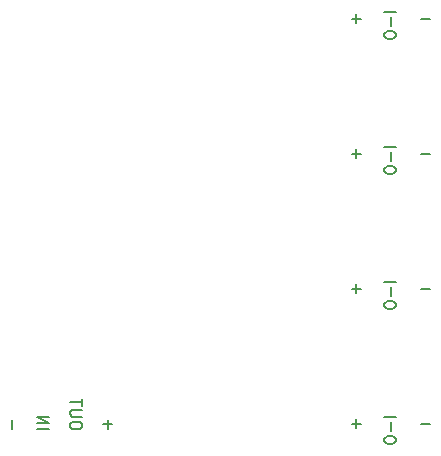
<source format=gbo>
G04 #@! TF.FileFunction,Legend,Bot*
%FSLAX46Y46*%
G04 Gerber Fmt 4.6, Leading zero omitted, Abs format (unit mm)*
G04 Created by KiCad (PCBNEW (2015-07-07 BZR 5906)-product) date Tue 21 Jul 2015 01:08:41 PM EDT*
%MOMM*%
G01*
G04 APERTURE LIST*
%ADD10C,0.100000*%
%ADD11C,0.180000*%
G04 APERTURE END LIST*
D10*
D11*
X160218381Y-104378095D02*
X159218381Y-104378095D01*
X159837429Y-104854285D02*
X159837429Y-105616190D01*
X159218381Y-106282856D02*
X159218381Y-106473333D01*
X159266000Y-106568571D01*
X159361238Y-106663809D01*
X159551714Y-106711428D01*
X159885048Y-106711428D01*
X160075524Y-106663809D01*
X160170762Y-106568571D01*
X160218381Y-106473333D01*
X160218381Y-106282856D01*
X160170762Y-106187618D01*
X160075524Y-106092380D01*
X159885048Y-106044761D01*
X159551714Y-106044761D01*
X159361238Y-106092380D01*
X159266000Y-106187618D01*
X159218381Y-106282856D01*
X160218381Y-127238095D02*
X159218381Y-127238095D01*
X159837429Y-127714285D02*
X159837429Y-128476190D01*
X159218381Y-129142856D02*
X159218381Y-129333333D01*
X159266000Y-129428571D01*
X159361238Y-129523809D01*
X159551714Y-129571428D01*
X159885048Y-129571428D01*
X160075524Y-129523809D01*
X160170762Y-129428571D01*
X160218381Y-129333333D01*
X160218381Y-129142856D01*
X160170762Y-129047618D01*
X160075524Y-128952380D01*
X159885048Y-128904761D01*
X159551714Y-128904761D01*
X159361238Y-128952380D01*
X159266000Y-129047618D01*
X159218381Y-129142856D01*
X160218381Y-92948095D02*
X159218381Y-92948095D01*
X159837429Y-93424285D02*
X159837429Y-94186190D01*
X159218381Y-94852856D02*
X159218381Y-95043333D01*
X159266000Y-95138571D01*
X159361238Y-95233809D01*
X159551714Y-95281428D01*
X159885048Y-95281428D01*
X160075524Y-95233809D01*
X160170762Y-95138571D01*
X160218381Y-95043333D01*
X160218381Y-94852856D01*
X160170762Y-94757618D01*
X160075524Y-94662380D01*
X159885048Y-94614761D01*
X159551714Y-94614761D01*
X159361238Y-94662380D01*
X159266000Y-94757618D01*
X159218381Y-94852856D01*
X160218381Y-115808095D02*
X159218381Y-115808095D01*
X159837429Y-116284285D02*
X159837429Y-117046190D01*
X159218381Y-117712856D02*
X159218381Y-117903333D01*
X159266000Y-117998571D01*
X159361238Y-118093809D01*
X159551714Y-118141428D01*
X159885048Y-118141428D01*
X160075524Y-118093809D01*
X160170762Y-117998571D01*
X160218381Y-117903333D01*
X160218381Y-117712856D01*
X160170762Y-117617618D01*
X160075524Y-117522380D01*
X159885048Y-117474761D01*
X159551714Y-117474761D01*
X159361238Y-117522380D01*
X159266000Y-117617618D01*
X159218381Y-117712856D01*
X157241905Y-104973429D02*
X156480000Y-104973429D01*
X156860952Y-105354381D02*
X156860952Y-104592476D01*
X157241905Y-127833429D02*
X156480000Y-127833429D01*
X156860952Y-128214381D02*
X156860952Y-127452476D01*
X157241905Y-116403429D02*
X156480000Y-116403429D01*
X156860952Y-116784381D02*
X156860952Y-116022476D01*
X163083905Y-104973429D02*
X162322000Y-104973429D01*
X163083905Y-116403429D02*
X162322000Y-116403429D01*
X163083905Y-93543429D02*
X162322000Y-93543429D01*
X157241905Y-93543429D02*
X156480000Y-93543429D01*
X156860952Y-93924381D02*
X156860952Y-93162476D01*
X163083905Y-127833429D02*
X162322000Y-127833429D01*
X133643619Y-128095429D02*
X133643619Y-127904952D01*
X133596000Y-127809714D01*
X133500762Y-127714476D01*
X133310286Y-127666857D01*
X132976952Y-127666857D01*
X132786476Y-127714476D01*
X132691238Y-127809714D01*
X132643619Y-127904952D01*
X132643619Y-128095429D01*
X132691238Y-128190667D01*
X132786476Y-128285905D01*
X132976952Y-128333524D01*
X133310286Y-128333524D01*
X133500762Y-128285905D01*
X133596000Y-128190667D01*
X133643619Y-128095429D01*
X133643619Y-127238286D02*
X132834095Y-127238286D01*
X132738857Y-127190667D01*
X132691238Y-127143048D01*
X132643619Y-127047810D01*
X132643619Y-126857333D01*
X132691238Y-126762095D01*
X132738857Y-126714476D01*
X132834095Y-126666857D01*
X133643619Y-126666857D01*
X133643619Y-126333524D02*
X133643619Y-125762095D01*
X132643619Y-126047810D02*
X133643619Y-126047810D01*
X129849619Y-128285905D02*
X130849619Y-128285905D01*
X129849619Y-127809715D02*
X130849619Y-127809715D01*
X129849619Y-127238286D01*
X130849619Y-127238286D01*
X127690571Y-128285905D02*
X127690571Y-127524000D01*
X135818571Y-128285905D02*
X135818571Y-127524000D01*
X135437619Y-127904952D02*
X136199524Y-127904952D01*
M02*

</source>
